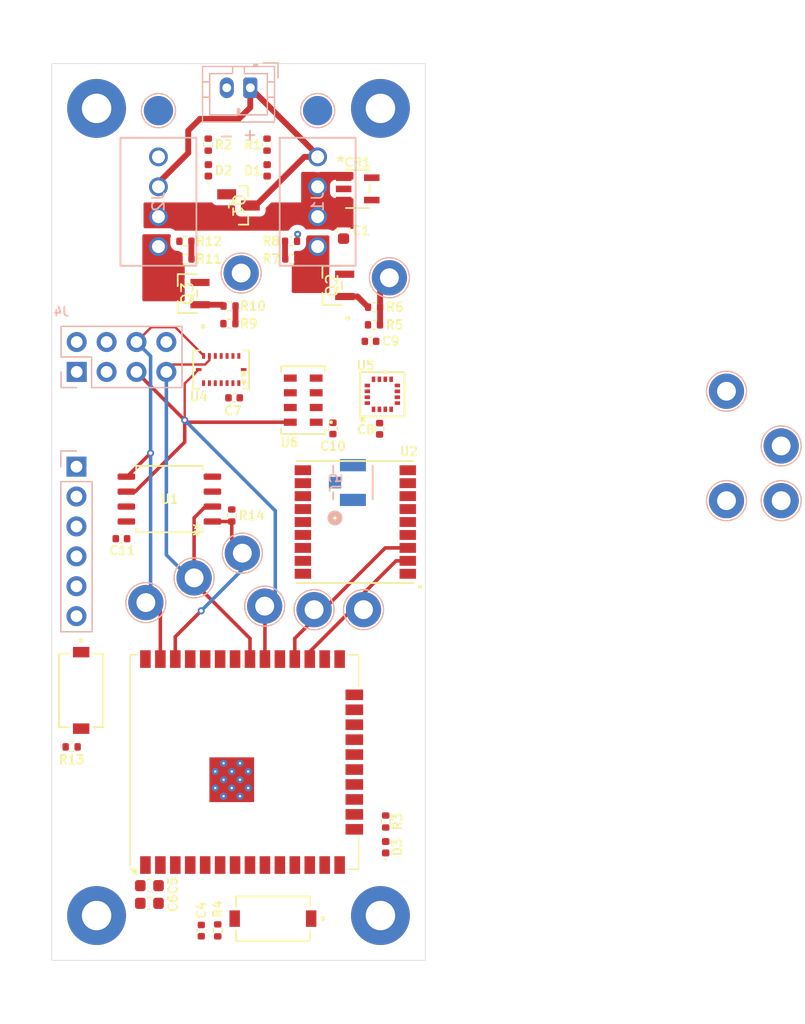
<source format=kicad_pcb>
(kicad_pcb (version 20241229) (generator "pcbnew") (generator_version "9.0")
  (layers (0 "F.Cu" signal) (4 "In1.Cu" signal) (6 "In2.Cu" signal) (2 "B.Cu" signal) (13 "F.Paste" user) (15 "B.Paste" user) (5 "F.SilkS" user "F.Silkscreen") (7 "B.SilkS" user "B.Silkscreen") (1 "F.Mask" user) (3 "B.Mask" user) (25 "Edge.Cuts" user))
  (net 0 "")
  (net 1 "RAW_BATT")
  (net 2 "GND")
  (net 3 "+BATT")
  (net 4 "RESET")
  (net 5 "+3.3V")
  (net 6 "Net-(U5-CAP)")
  (net 7 "Net-(D1-A)")
  (net 8 "Net-(D2-A)")
  (net 9 "Net-(D3-A)")
  (net 10 "RXD0")
  (net 11 "TXD0")
  (net 12 "+5V")
  (net 13 "GPIO_0")
  (net 14 "MISO")
  (net 15 "SCK")
  (net 17 "MOSI")
  (net 18 "CS_RF")
  (net 19 "GD00")
  (net 20 "MOS_A")
  (net 21 "Net-(Q2-G)")
  (net 22 "MOS_B")
  (net 23 "Net-(Q3-G)")
  (net 24 "PROGRAM_LED")
  (net 25 "FIRE_A")
  (net 26 "SENSE_A")
  (net 27 "FIRE_B")
  (net 28 "SENSE_B")
  (net 29 "CS_FLASH")
  (net 30 "RXD1")
  (net 31 "TXD1")
  (net 32 "CS_ACCEL")
  (net 33 "CS_GYRO")
  (net 34 "CS_BARO")
  (net 40 "Net-(U2-RF_IN)")
  (net 70 "GYRO_INT")
  (net 71 "ACCEL_INT")
  (net 81 "MAG_INT")
  (net 82 "CS_MAG")
  (footprint "Resistor_SMD:R_0402_1005Metric" (layer "F.Cu") (at 36.77 42 180)
    (property "Reference" "R11" (at -2 0 0) (layer "F.SilkS") (effects (font (size 0.75 0.75))))
    (property "Value" "100k" (hide yes))
    (pad "1" smd roundrect (at -0.51 0 180) (size 0.54 0.64) (layers "F.Cu" "F.Mask" "F.Paste") (net 28 "SENSE_B"))
    (pad "2" smd roundrect (at 0.51 0 180) (size 0.54 0.64) (layers "F.Cu" "F.Mask" "F.Paste") (net 22 "MOS_B"))
  )
  (footprint "Resistor_SMD:R_0402_1005Metric" (layer "F.Cu") (at 52.79 47.6 180)
    (property "Reference" "R5" (at -1.75 0 0) (layer "F.SilkS") (effects (font (size 0.75 0.75))))
    (property "Value" "100k" (hide yes))
    (pad "1" smd roundrect (at -0.51 0 180) (size 0.54 0.64) (layers "F.Cu" "F.Mask" "F.Paste") (net 25 "FIRE_A"))
    (pad "2" smd roundrect (at 0.51 0 180) (size 0.54 0.64) (layers "F.Cu" "F.Mask" "F.Paste") (net 2 "GND"))
  )
  (footprint "Capacitor_SMD:C_0402_1005Metric" (layer "F.Cu") (at 52.494201 49.0008)
    (property "Reference" "C9" (at 1.705799 -0.0008 180) (layer "F.SilkS") (effects (font (size 0.75 0.75))))
    (property "Value" "10uF")
    (pad "1" smd roundrect (at -0.48 0) (size 0.56 0.62) (layers "F.Cu" "F.Mask" "F.Paste") (net 6 "Net-(U5-CAP)"))
    (pad "2" smd roundrect (at 0.48 0) (size 0.56 0.62) (layers "F.Cu" "F.Mask" "F.Paste") (net 2 "GND"))
  )
  (footprint "Resistor_SMD:R_0402_1005Metric" (layer "F.Cu") (at 38.7 32.29 -90)
    (property "Reference" "R2" (at 0 -1.3 180) (layer "F.SilkS") (effects (font (size 0.75 0.75))))
    (property "Value" "50")
    (pad "1" smd roundrect (at -0.51 0 270) (size 0.54 0.64) (layers "F.Cu" "F.Mask" "F.Paste") (net 5 "+3.3V"))
    (pad "2" smd roundrect (at 0.51 0 270) (size 0.54 0.64) (layers "F.Cu" "F.Mask" "F.Paste") (net 8 "Net-(D2-A)"))
  )
  (footprint "DMP3099L-7:DMP3099L-7_DIO" (layer "F.Cu") (at 41.275 37.46 -90)
    (property "Reference" "Q1" (at 0 0 270) (layer "F.SilkS"))
    (property "Value" "DMP3099L-7")
    (pad "1" smd rect (at -0.950001 1.0055 270) (size 0.8636 1.6002) (layers "F.Cu" "F.Mask" "F.Paste") (net 2 "GND"))
    (pad "2" smd rect (at 0.950001 1.0055 270) (size 0.8636 1.6002) (layers "F.Cu" "F.Mask" "F.Paste") (net 3 "+BATT"))
    (pad "3" smd rect (at 0 -1.0055 270) (size 0.8636 1.6002) (layers "F.Cu" "F.Mask" "F.Paste") (net 1 "RAW_BATT"))
  )
  (footprint "SI2302-TP:SOT-23_MCC-M" (layer "F.Cu") (at 49.2332 44.24615 90)
    (property "Reference" "Q2" (at 0 0 90) (layer "F.SilkS"))
    (property "Value" "NMOS")
    (pad "1" smd rect (at -0.94615 1.0668 90) (size 0.6096 1.6256) (layers "F.Cu" "F.Mask" "F.Paste") (net 21 "Net-(Q2-G)"))
    (pad "2" smd rect (at 0.94615 1.0668 90) (size 0.6096 1.6256) (layers "F.Cu" "F.Mask" "F.Paste") (net 2 "GND"))
    (pad "3" smd rect (at 0 -1.0668 90) (size 0.6096 1.6256) (layers "F.Cu" "F.Mask" "F.Paste") (net 20 "MOS_A"))
  )
  (footprint "LED_SMD:LED_0402_1005Metric" (layer "F.Cu") (at 53.785 91.985 90)
    (property "Reference" "D3" (at -0.015 0.99 90) (layer "F.SilkS") (effects (font (size 0.75 0.75) (thickness 0.15) (bold yes))))
    (property "Value" "BLUE")
    (pad "1" smd roundrect (at -0.485 0 90) (size 0.59 0.64) (layers "F.Cu" "F.Mask" "F.Paste") (net 2 "GND"))
    (pad "2" smd roundrect (at 0.485 0 90) (size 0.59 0.64) (layers "F.Cu" "F.Mask" "F.Paste") (net 9 "Net-(D3-A)"))
  )
  (footprint "Capacitor_SMD:C_0603_1608Metric" (layer "F.Cu") (at 33.7 95.25 180)
    (property "Reference" "C5" (at -2 0 90) (layer "F.SilkS") (effects (font (size 0.75 0.75))))
    (property "Value" "10uF")
    (pad "1" smd roundrect (at -0.775 0 180) (size 0.9 0.95) (layers "F.Cu" "F.Mask" "F.Paste") (net 5 "+3.3V"))
    (pad "2" smd roundrect (at 0.775 0 180) (size 0.9 0.95) (layers "F.Cu" "F.Mask" "F.Paste") (net 2 "GND"))
  )
  (footprint "MountingHole:MountingHole_2.5mm_Pad" (layer "F.Cu") (at 29.21 97.79)
    (property "Reference" "H3" (hide yes))
    (property "Value" "MountingHole_Pad" (hide yes))
    (pad "1" thru_hole circle (at 0 0) (size 5 5) (drill 2.5) (layers "*.Cu" "*.Mask") (net 2 "GND"))
  )
  (footprint "MountingHole:MountingHole_2.5mm_Pad" (layer "F.Cu") (at 53.34 97.79)
    (property "Reference" "H4" (hide yes))
    (property "Value" "MountingHole_Pad" (hide yes))
    (pad "1" thru_hole circle (at 0 0) (size 5 5) (drill 2.5) (layers "*.Cu" "*.Mask") (net 2 "GND"))
  )
  (footprint "Capacitor_SMD:C_0402_1005Metric" (layer "F.Cu") (at 31.3224 65.77 180)
    (property "Reference" "C11" (at -0.08 -1 0) (layer "F.SilkS") (effects (font (size 0.75 0.75))))
    (property "Value" "0.1uF")
    (pad "1" smd roundrect (at -0.48 0 180) (size 0.56 0.62) (layers "F.Cu" "F.Mask" "F.Paste") (net 5 "+3.3V"))
    (pad "2" smd roundrect (at 0.48 0 180) (size 0.56 0.62) (layers "F.Cu" "F.Mask" "F.Paste") (net 2 "GND"))
  )
  (footprint "Capacitor_SMD:C_0603_1608Metric" (layer "F.Cu") (at 33.7 96.75 180)
    (property "Reference" "C6" (at -2 0 90) (layer "F.SilkS") (effects (font (size 0.75 0.75))))
    (property "Value" "0.1uF")
    (pad "1" smd roundrect (at -0.775 0 180) (size 0.9 0.95) (layers "F.Cu" "F.Mask" "F.Paste") (net 5 "+3.3V"))
    (pad "2" smd roundrect (at 0.775 0 180) (size 0.9 0.95) (layers "F.Cu" "F.Mask" "F.Paste") (net 2 "GND"))
  )
  (footprint "Capacitor_SMD:C_0603_1608Metric" (layer "F.Cu") (at 50.2 39.5 -90)
    (property "Reference" "C1" (at 0.1 -1.5 0) (layer "F.SilkS") (effects (font (size 0.75 0.75))))
    (property "Value" "22uF")
    (pad "1" smd roundrect (at -0.775 0 270) (size 0.9 0.95) (layers "F.Cu" "F.Mask" "F.Paste") (net 3 "+BATT"))
    (pad "2" smd roundrect (at 0.775 0 270) (size 0.9 0.95) (layers "F.Cu" "F.Mask" "F.Paste") (net 2 "GND"))
  )
  (footprint "MS560702BA03:SON8_MS5611_TEC" (layer "F.Cu") (at 46.775 54 180)
    (property "Reference" "U6" (at 1.175 -3.6 0) (layer "F.SilkS") (effects (font (size 0.75 0.75))))
    (property "Value" "MS560702BA03-50" (hide yes))
    (pad "1" smd rect (at -1.1 -1.875 180) (size 1.0922 0.6096) (layers "F.Cu" "F.Mask" "F.Paste") (net 5 "+3.3V"))
    (pad "2" smd rect (at -1.1 -0.625 180) (size 1.0922 0.6096) (layers "F.Cu" "F.Mask" "F.Paste") (net 2 "GND"))
    (pad "3" smd rect (at -1.1 0.625 180) (size 1.0922 0.6096) (layers "F.Cu" "F.Mask" "F.Paste") (net 2 "GND"))
    (pad "4" smd rect (at -1.1 1.875 180) (size 1.0922 0.6096) (layers "F.Cu" "F.Mask" "F.Paste") (net 34 "CS_BARO"))
    (pad "5" smd rect (at 1.1 1.875 180) (size 1.0922 0.6096) (layers "F.Cu" "F.Mask" "F.Paste") (net 34 "CS_BARO"))
    (pad "6" smd rect (at 1.1 0.625 180) (size 1.0922 0.6096) (layers "F.Cu" "F.Mask" "F.Paste") (net 14 "MISO"))
    (pad "7" smd rect (at 1.1 -0.625 180) (size 1.0922 0.6096) (layers "F.Cu" "F.Mask" "F.Paste") (net 17 "MOSI"))
    (pad "8" smd rect (at 1.1 -1.875 180) (size 1.0922 0.6096) (layers "F.Cu" "F.Mask" "F.Paste") (net 15 "SCK"))
  )
  (footprint "Resistor_SMD:R_0402_1005Metric" (layer "F.Cu") (at 36.76 40.5)
    (property "Reference" "R12" (at 2.01 0 0) (layer "F.SilkS") (effects (font (size 0.75 0.75))))
    (property "Value" "27k" (hide yes))
    (pad "1" smd roundrect (at -0.51 0) (size 0.54 0.64) (layers "F.Cu" "F.Mask" "F.Paste") (net 2 "GND"))
    (pad "2" smd roundrect (at 0.51 0) (size 0.54 0.64) (layers "F.Cu" "F.Mask" "F.Paste") (net 28 "SENSE_B"))
  )
  (footprint "MMC5983MA:MMC5983MA_MEM" (layer "F.Cu") (at 53.5 53.5 90)
    (property "Reference" "U5" (at 2.45 -1.425001 0) (layer "F.SilkS") (effects (font (size 0.75 0.75))))
    (property "Value" "MMC5983MA" (hide yes))
    (fp_text user "*" (at -2.1386 -1.381 90) (layer "F.SilkS"))
    (fp_text user "*" (at -2.1386 -1.381 90) (layer "F.SilkS"))
    (pad "1" smd rect (at -1.274999 -0.750001 180) (size 0.3048 0.4572) (layers "F.Cu" "F.Mask" "F.Paste") (net 15 "SCK"))
    (pad "2" smd rect (at -1.274999 -0.25 180) (size 0.3048 0.4572) (layers "F.Cu" "F.Mask" "F.Paste") (net 5 "+3.3V"))
    (pad "3" smd rect (at -1.274999 0.25 180) (size 0.3048 0.4572) (layers "F.Cu" "F.Mask" "F.Paste"))
    (pad "4" smd rect (at -1.274999 0.750001 180) (size 0.3048 0.4572) (layers "F.Cu" "F.Mask" "F.Paste") (net 82 "CS_MAG"))
    (pad "5" smd rect (at -0.750001 1.274999 90) (size 0.3048 0.4572) (layers "F.Cu" "F.Mask" "F.Paste") (net 14 "MISO"))
    (pad "6" smd rect (at -0.25 1.274999 90) (size 0.3048 0.4572) (layers "F.Cu" "F.Mask" "F.Paste"))
    (pad "7" smd rect (at 0.25 1.274999 90) (size 0.3048 0.4572) (layers "F.Cu" "F.Mask" "F.Paste"))
    (pad "8" smd rect (at 0.750001 1.274999 90) (size 0.3048 0.4572) (layers "F.Cu" "F.Mask" "F.Paste"))
    (pad "9" smd rect (at 1.274999 0.750001 180) (size 0.3048 0.4572) (layers "F.Cu" "F.Mask" "F.Paste") (net 2 "GND"))
    (pad "10" smd rect (at 1.274999 0.25 180) (size 0.3048 0.4572) (layers "F.Cu" "F.Mask" "F.Paste") (net 6 "Net-(U5-CAP)"))
    (pad "11" smd rect (at 1.274999 -0.25 180) (size 0.3048 0.4572) (layers "F.Cu" "F.Mask" "F.Paste"))
    (pad "12" smd rect (at 1.274999 -0.750001 180) (size 0.3048 0.4572) (layers "F.Cu" "F.Mask" "F.Paste"))
    (pad "13" smd rect (at 0.750001 -1.274999 90) (size 0.3048 0.4572) (layers "F.Cu" "F.Mask" "F.Paste") (net 5 "+3.3V"))
    (pad "14" smd rect (at 0.25 -1.274999 90) (size 0.3048 0.4572) (layers "F.Cu" "F.Mask" "F.Paste"))
    (pad "15" smd rect (at -0.25 -1.274999 90) (size 0.3048 0.4572) (layers "F.Cu" "F.Mask" "F.Paste") (net 81 "MAG_INT"))
    (pad "16" smd rect (at -0.750001 -1.274999 90) (size 0.3048 0.4572) (layers "F.Cu" "F.Mask" "F.Paste") (net 17 "MOSI"))
  )
  (footprint "MountingHole:MountingHole_2.5mm_Pad" (layer "F.Cu") (at 53.34 29.21)
    (property "Reference" "H2" (hide yes))
    (property "Value" "MountingHole_Pad" (hide yes))
    (pad "1" thru_hole circle (at 0 0) (size 5 5) (drill 2.5) (layers "*.Cu" "*.Mask") (net 2 "GND"))
  )
  (footprint "RF_Module:ESP32-WROOM-32UE" (layer "F.Cu") (at 41.77 84.75 90)
    (property "Reference" "U3" (hide yes))
    (property "Value" "ESP32-WROOM-32UE" (hide yes))
    (pad "1" smd rect (at -8.75 -8.41 90) (size 1.5 0.9) (layers "F.Cu" "F.Mask" "F.Paste") (net 2 "GND"))
    (pad "2" smd rect (at -8.75 -7.14 90) (size 1.5 0.9) (layers "F.Cu" "F.Mask" "F.Paste") (net 5 "+3.3V"))
    (pad "3" smd rect (at -8.75 -5.87 90) (size 1.5 0.9) (layers "F.Cu" "F.Mask" "F.Paste") (net 4 "RESET"))
    (pad "4" smd rect (at -8.75 -4.6 90) (size 1.5 0.9) (layers "F.Cu" "F.Mask" "F.Paste") (net 13 "GPIO_0"))
    (pad "5" smd rect (at -8.75 -3.33 90) (size 1.5 0.9) (layers "F.Cu" "F.Mask" "F.Paste"))
    (pad "6" smd rect (at -8.75 -2.06 90) (size 1.5 0.9) (layers "F.Cu" "F.Mask" "F.Paste"))
    (pad "7" smd rect (at -8.75 -0.79 90) (size 1.5 0.9) (layers "F.Cu" "F.Mask" "F.Paste"))
    (pad "8" smd rect (at -8.75 0.48 90) (size 1.5 0.9) (layers "F.Cu" "F.Mask" "F.Paste"))
    (pad "9" smd rect (at -8.75 1.75 90) (size 1.5 0.9) (layers "F.Cu" "F.Mask" "F.Paste"))
    (pad "10" smd rect (at -8.75 3.02 90) (size 1.5 0.9) (layers "F.Cu" "F.Mask" "F.Paste"))
    (pad "11" smd rect (at -8.75 4.29 90) (size 1.5 0.9) (layers "F.Cu" "F.Mask" "F.Paste"))
    (pad "12" smd rect (at -8.75 5.56 90) (size 1.5 0.9) (layers "F.Cu" "F.Mask" "F.Paste"))
    (pad "13" smd rect (at -8.75 6.83 90) (size 1.5 0.9) (layers "F.Cu" "F.Mask" "F.Paste"))
    (pad "14" smd rect (at -8.75 8.1 90) (size 1.5 0.9) (layers "F.Cu" "F.Mask" "F.Paste"))
    (pad "15" smd rect (at -5.715 9.35 180) (size 1.5 0.9) (layers "F.Cu" "F.Mask" "F.Paste") (net 2 "GND"))
    (pad "16" smd rect (at -4.445 9.35 180) (size 1.5 0.9) (layers "F.Cu" "F.Mask" "F.Paste"))
    (pad "17" smd rect (at -3.175 9.35 180) (size 1.5 0.9) (layers "F.Cu" "F.Mask" "F.Paste"))
    (pad "18" smd rect (at -1.905 9.35 180) (size 1.5 0.9) (layers "F.Cu" "F.Mask" "F.Paste"))
    (pad "19" smd rect (at -0.635 9.35 180) (size 1.5 0.9) (layers "F.Cu" "F.Mask" "F.Paste"))
    (pad "20" smd rect (at 0.635 9.35 180) (size 1.5 0.9) (layers "F.Cu" "F.Mask" "F.Paste"))
    (pad "21" smd rect (at 1.905 9.35 180) (size 1.5 0.9) (layers "F.Cu" "F.Mask" "F.Paste"))
    (pad "22" smd rect (at 3.175 9.35 180) (size 1.5 0.9) (layers "F.Cu" "F.Mask" "F.Paste"))
    (pad "23" smd rect (at 4.445 9.35 180) (size 1.5 0.9) (layers "F.Cu" "F.Mask" "F.Paste"))
    (pad "24" smd rect (at 5.715 9.35 180) (size 1.5 0.9) (layers "F.Cu" "F.Mask" "F.Paste"))
    (pad "25" smd rect (at 8.75 8.1 90) (size 1.5 0.9) (layers "F.Cu" "F.Mask" "F.Paste"))
    (pad "26" smd rect (at 8.75 6.83 90) (size 1.5 0.9) (layers "F.Cu" "F.Mask" "F.Paste"))
    (pad "27" smd rect (at 8.75 5.56 90) (size 1.5 0.9) (layers "F.Cu" "F.Mask" "F.Paste") (net 31 "TXD1"))
    (pad "28" smd rect (at 8.75 4.29 90) (size 1.5 0.9) (layers "F.Cu" "F.Mask" "F.Paste") (net 30 "RXD1"))
    (pad "29" smd rect (at 8.75 3.02 90) (size 1.5 0.9) (layers "F.Cu" "F.Mask" "F.Paste"))
    (pad "30" smd rect (at 8.75 1.75 90) (size 1.5 0.9) (layers "F.Cu" "F.Mask" "F.Paste") (net 15 "SCK"))
    (pad "31" smd rect (at 8.75 0.48 90) (size 1.5 0.9) (layers "F.Cu" "F.Mask" "F.Paste") (net 14 "MISO"))
    (pad "32" smd rect (at 8.75 -0.79 90) (size 1.5 0.9) (layers "F.Cu" "F.Mask" "F.Paste"))
    (pad "33" smd rect (at 8.75 -2.06 90) (size 1.5 0.9) (layers "F.Cu" "F.Mask" "F.Paste"))
    (pad "34" smd rect (at 8.75 -3.33 90) (size 1.5 0.9) (layers "F.Cu" "F.Mask" "F.Paste") (net 11 "TXD0"))
    (pad "35" smd rect (at 8.75 -4.6 90) (size 1.5 0.9) (layers "F.Cu" "F.Mask" "F.Paste") (net 10 "RXD0"))
    (pad "36" smd rect (at 8.75 -5.87 90) (size 1.5 0.9) (layers "F.Cu" "F.Mask" "F.Paste") (net 29 "CS_FLASH"))
    (pad "37" smd rect (at 8.75 -7.14 90) (size 1.5 0.9) (layers "F.Cu" "F.Mask" "F.Paste") (net 17 "MOSI"))
    (pad "38" smd rect (at 8.75 -8.41 90) (size 1.5 0.9) (layers "F.Cu" "F.Mask" "F.Paste") (net 2 "GND"))
    (pad "39" smd rect (at -2.9 -2.47 90) (size 0.9 0.9) (layers "F.Cu" "F.Paste") (net 2 "GND"))
    (pad "39" thru_hole circle (at -2.9 -1.77 90) (size 0.6 0.6) (drill 0.2) (property pad_prop_heatsink) (layers "*.Cu" "F.Mask") (net 2 "GND"))
    (pad "39" smd rect (at -2.9 -1.07 90) (size 0.9 0.9) (layers "F.Cu" "F.Paste") (net 2 "GND"))
    (pad "39" thru_hole circle (at -2.9 -0.37 90) (size 0.6 0.6) (drill 0.2) (property pad_prop_heatsink) (layers "*.Cu" "F.Mask") (net 2 "GND"))
    (pad "39" smd rect (at -2.9 0.33 90) (size 0.9 0.9) (layers "F.Cu" "F.Paste") (net 2 "GND"))
    (pad "39" thru_hole circle (at -2.2 -2.47 90) (size 0.6 0.6) (drill 0.2) (property pad_prop_heatsink) (layers "*.Cu" "F.Mask") (net 2 "GND"))
    (pad "39" thru_hole circle (at -2.2 -1.07 90) (size 0.6 0.6) (drill 0.2) (property pad_prop_heatsink) (layers "*.Cu" "F.Mask") (net 2 "GND"))
    (pad "39" thru_hole circle (at -2.2 0.33 90) (size 0.6 0.6) (drill 0.2) (property pad_prop_heatsink) (layers "*.Cu" "F.Mask") (net 2 "GND"))
    (pad "39" smd rect (at -1.5 -2.47 90) (size 0.9 0.9) (layers "F.Cu" "F.Paste") (net 2 "GND"))
    (pad "39" thru_hole circle (at -1.5 -1.77 90) (size 0.6 0.6) (drill 0.2) (property pad_prop_heatsink) (layers "*.Cu" "F.Mask") (net 2 "GND"))
    (pad "39" smd rect (at -1.5 -1.07 90) (size 0.9 0.9) (layers "F.Cu" "F.Paste") (net 2 "GND"))
    (pad "39" smd rect (at -1.5 -1.07 90) (size 3.8 3.8) (property pad_prop_heatsink) (layers "F.Cu" "F.Mask") (net 2 "GND"))
    (pad "39" thru_hole circle (at -1.5 -0.37 90) (size 0.6 0.6) (drill 0.2) (property pad_prop_heatsink) (layers "*.Cu" "F.Mask") (net 2 "GND"))
    (pad "39" smd rect (at -1.5 0.33 90) (size 0.9 0.9) (layers "F.Cu" "F.Paste") (net 2 "GND"))
    (pad "39" thru_hole circle (at -0.8 -2.47 90) (size 0.6 0.6) (drill 0.2) (property pad_prop_heatsink) (layers "*.Cu" "F.Mask") (net 2 "GND"))
    (pad "39" thru_hole circle (at -0.8 -1.07 90) (size 0.6 0.6) (drill 0.2) (property pad_prop_heatsink) (layers "*.Cu" "F.Mask") (net 2 "GND"))
    (pad "39" thru_hole circle (at -0.8 0.33 90) (size 0.6 0.6) (drill 0.2) (property pad_prop_heatsink) (layers "*.Cu" "F.Mask") (net 2 "GND"))
    (pad "39" smd rect (at -0.1 -2.47 90) (size 0.9 0.9) (layers "F.Cu" "F.Paste") (net 2 "GND"))
    (pad "39" thru_hole circle (at -0.1 -1.77 90) (size 0.6 0.6) (drill 0.2) (property pad_prop_heatsink) (layers "*.Cu" "F.Mask") (net 2 "GND"))
    (pad "39" smd rect (at -0.1 -1.07 90) (size 0.9 0.9) (layers "F.Cu" "F.Paste") (net 2 "GND"))
    (pad "39" thru_hole circle (at -0.1 -0.37 90) (size 0.6 0.6) (drill 0.2) (property pad_prop_heatsink) (layers "*.Cu" "F.Mask") (net 2 "GND"))
    (pad "39" smd rect (at -0.1 0.33 90) (size 0.9 0.9) (layers "F.Cu" "F.Paste") (net 2 "GND"))
  )
  (footprint "LED_SMD:LED_0402_1005Metric" (layer "F.Cu") (at 38.71 34.475 90)
    (property "Reference" "D2" (at -0.015 1.29 180) (layer "F.SilkS") (effects (font (size 0.75 0.75))))
    (property "Value" "GREEN")
    (pad "1" smd roundrect (at -0.485 0 90) (size 0.59 0.64) (layers "F.Cu" "F.Mask" "F.Paste") (net 2 "GND"))
    (pad "2" smd roundrect (at 0.485 0 90) (size 0.59 0.64) (layers "F.Cu" "F.Mask" "F.Paste") (net 8 "Net-(D2-A)"))
  )
  (footprint "Resistor_SMD:R_0402_1005Metric" (layer "F.Cu") (at 39.50955 99.05 -90)
    (property "Reference" "R4" (at -1.81 0 90) (layer "F.SilkS") (effects (font (size 0.75 0.75))))
    (property "Value" "10k" (hide yes))
    (pad "1" smd roundrect (at -0.51 0 270) (size 0.54 0.64) (layers "F.Cu" "F.Mask" "F.Paste") (net 4 "RESET"))
    (pad "2" smd roundrect (at 0.51 0 270) (size 0.54 0.64) (layers "F.Cu" "F.Mask" "F.Paste") (net 5 "+3.3V"))
  )
  (footprint "W25Q16JVSSIQ:W25Q16JVSSIQ_WIN" (layer "F.Cu") (at 35.4 62.405 180)
    (property "Reference" "U1" (at 0 0 0) (layer "F.SilkS") (effects (font (size 0.75 0.75))))
    (property "Value" "W25Q16JVSSIQ")
    (fp_text user "*" (at -2.3114 -2.6162 0) (layer "F.SilkS"))
    (fp_text user "*" (at -2.3114 -2.6162 180) (layer "F.SilkS"))
    (pad "1" smd roundrect (at -3.6576 -1.905 180) (size 1.4986 0.5334) (layers "F.Cu" "F.Mask" "F.Paste") (net 29 "CS_FLASH"))
    (pad "2" smd roundrect (at -3.6576 -0.635 180) (size 1.4986 0.5334) (layers "F.Cu" "F.Mask" "F.Paste") (net 14 "MISO"))
    (pad "3" smd roundrect (at -3.6576 0.635 180) (size 1.4986 0.5334) (layers "F.Cu" "F.Mask" "F.Paste") (net 5 "+3.3V"))
    (pad "4" smd roundrect (at -3.6576 1.905 180) (size 1.4986 0.5334) (layers "F.Cu" "F.Mask" "F.Paste") (net 2 "GND"))
    (pad "5" smd roundrect (at 3.6576 1.905 180) (size 1.4986 0.5334) (layers "F.Cu" "F.Mask" "F.Paste") (net 17 "MOSI"))
    (pad "6" smd roundrect (at 3.6576 0.635 180) (size 1.4986 0.5334) (layers "F.Cu" "F.Mask" "F.Paste") (net 15 "SCK"))
    (pad "7" smd roundrect (at 3.6576 -0.635 180) (size 1.4986 0.5334) (layers "F.Cu" "F.Mask" "F.Paste") (net 5 "+3.3V"))
    (pad "8" smd roundrect (at 3.6576 -1.905 180) (size 1.4986 0.5334) (layers "F.Cu" "F.Mask" "F.Paste") (net 5 "+3.3V"))
  )
  (footprint "MAX-M10:MOD18_MAX-M10M_UBL" (layer "F.Cu") (at 51.2043 64.3535 180)
    (property "Reference" "U2" (at -4.5492 6 0) (layer "F.SilkS") (effects (font (size 0.75 0.75))))
    (property "Value" "MAX-M10M-00B")
    (pad "1" smd rect (at -4.4577 -4.399999 180) (size 1.397 0.8382) (layers "F.Cu" "F.Mask" "F.Paste") (net 2 "GND"))
    (pad "2" smd rect (at -4.4577 -3.300001 180) (size 1.397 0.8382) (layers "F.Cu" "F.Mask" "F.Paste") (net 31 "TXD1"))
    (pad "3" smd rect (at -4.4577 -2.200001 180) (size 1.397 0.8382) (layers "F.Cu" "F.Mask" "F.Paste") (net 30 "RXD1"))
    (pad "4" smd rect (at -4.4577 -1.1 180) (size 1.397 0.8382) (layers "F.Cu" "F.Mask" "F.Paste"))
    (pad "5" smd rect (at -4.4577 0 180) (size 1.397 0.8382) (layers "F.Cu" "F.Mask" "F.Paste"))
    (pad "6" smd rect (at -4.4577 1.1 180) (size 1.397 0.8382) (layers "F.Cu" "F.Mask" "F.Paste"))
    (pad "7" smd rect (at -4.4577 2.200001 180) (size 1.397 0.8382) (layers "F.Cu" "F.Mask" "F.Paste") (net 5 "+3.3V"))
    (pad "8" smd rect (at -4.4577 3.300001 180) (size 1.397 0.8382) (layers "F.Cu" "F.Mask" "F.Paste") (net 5 "+3.3V"))
    (pad "9" smd rect (at -4.4577 4.400001 180) (size 1.397 0.8382) (layers "F.Cu" "F.Mask" "F.Paste"))
    (pad "10" smd rect (at 4.4577 4.399999 180) (size 1.397 0.8382) (layers "F.Cu" "F.Mask" "F.Paste") (net 2 "GND"))
    (pad "11" smd rect (at 4.4577 3.300001 180) (size 1.397 0.8382) (layers "F.Cu" "F.Mask" "F.Paste") (net 40 "Net-(U2-RF_IN)"))
    (pad "12" smd rect (at 4.4577 2.200001 180) (size 1.397 0.8382) (layers "F.Cu" "F.Mask" "F.Paste") (net 2 "GND"))
    (pad "13" smd rect (at 4.4577 1.1 180) (size 1.397 0.8382) (layers "F.Cu" "F.Mask" "F.Paste"))
    (pad "14" smd rect (at 4.4577 0 180) (size 1.397 0.8382) (layers "F.Cu" "F.Mask" "F.Paste"))
    (pad "15" smd rect (at 4.4577 -1.1 180) (size 1.397 0.8382) (layers "F.Cu" "F.Mask" "F.Paste"))
    (pad "16" smd rect (at 4.4577 -2.200001 180) (size 1.397 0.8382) (layers "F.Cu" "F.Mask" "F.Paste"))
    (pad "17" smd rect (at 4.4577 -3.300001 180) (size 1.397 0.8382) (layers "F.Cu" "F.Mask" "F.Paste"))
    (pad "18" smd rect (at 4.4577 -4.400001 180) (size 1.397 0.8382) (layers "F.Cu" "F.Mask" "F.Paste"))
  )
  (footprint "SI2302-TP:SOT-23_MCC-M" (layer "F.Cu") (at 36.9332 44.94615 90)
    (property "Reference" "Q3" (at 0 0 90) (layer "F.SilkS"))
    (property "Value" "NMOS")
    (pad "1" smd rect (at -0.94615 1.0668 90) (size 0.6096 1.6256) (layers "F.Cu" "F.Mask" "F.Paste") (net 23 "Net-(Q3-G)"))
    (pad "2" smd rect (at 0.94615 1.0668 90) (size 0.6096 1.6256) (layers "F.Cu" "F.Mask" "F.Paste") (net 2 "GND"))
    (pad "3" smd rect (at 0 -1.0668 90) (size 0.6096 1.6256) (layers "F.Cu" "F.Mask" "F.Paste") (net 22 "MOS_B"))
  )
  (footprint "Capacitor_SMD:C_0402_1005Metric" (layer "F.Cu") (at 49.3 56.4 90)
    (property "Reference" "C10" (at -1.5 0 180) (layer "F.SilkS") (effects (font (size 0.75 0.75))))
    (property "Value" "0.1uF")
    (pad "1" smd roundrect (at -0.48 0 90) (size 0.56 0.62) (layers "F.Cu" "F.Mask" "F.Paste") (net 2 "GND"))
    (pad "2" smd roundrect (at 0.48 0 90) (size 0.56 0.62) (layers "F.Cu" "F.Mask" "F.Paste") (net 5 "+3.3V"))
  )
  (footprint "LED_SMD:LED_0402_1005Metric" (layer "F.Cu") (at 43.71 34.475 90)
    (property "Reference" "D1" (at -0.025 -1.21 180) (layer "F.SilkS") (effects (font (size 0.75 0.75))))
    (property "Value" "RED")
    (pad "1" smd roundrect (at -0.485 0 90) (size 0.59 0.64) (layers "F.Cu" "F.Mask" "F.Paste") (net 2 "GND"))
    (pad "2" smd roundrect (at 0.485 0 90) (size 0.59 0.64) (layers "F.Cu" "F.Mask" "F.Paste") (net 7 "Net-(D1-A)"))
  )
  (footprint "Capacitor_SMD:C_0402_1005Metric" (layer "F.Cu") (at 40.9 53.8)
    (property "Reference" "C7" (at -0.1 1.1 180) (layer "F.SilkS") (effects (font (size 0.75 0.75))))
    (property "Value" "0.1uF")
    (pad "1" smd roundrect (at -0.48 0) (size 0.56 0.62) (layers "F.Cu" "F.Mask" "F.Paste") (net 5 "+3.3V"))
    (pad "2" smd roundrect (at 0.48 0) (size 0.56 0.62) (layers "F.Cu" "F.Mask" "F.Paste") (net 2 "GND"))
  )
  (footprint "Resistor_SMD:R_0402_1005Metric" (layer "F.Cu") (at 43.7 32.29 -90)
    (property "Reference" "R1" (at 0.01 1.2 180) (layer "F.SilkS") (effects (font (size 0.75 0.75))))
    (property "Value" "110")
    (pad "1" smd roundrect (at -0.51 0 270) (size 0.54 0.64) (layers "F.Cu" "F.Mask" "F.Paste") (net 3 "+BATT"))
    (pad "2" smd roundrect (at 0.51 0 270) (size 0.54 0.64) (layers "F.Cu" "F.Mask" "F.Paste") (net 7 "Net-(D1-A)"))
  )
  (footprint "Resistor_SMD:R_0402_1005Metric" (layer "F.Cu") (at 53.785 89.8 -90)
    (property "Reference" "R3" (at 0 -1 90) (layer "F.SilkS") (effects (font (size 0.75 0.75))))
    (property "Value" "50" (hide yes))
    (pad "1" smd roundrect (at -0.51 0 270) (size 0.54 0.64) (layers "F.Cu" "F.Mask" "F.Paste") (net 24 "PROGRAM_LED"))
    (pad "2" smd roundrect (at 0.51 0 270) (size 0.54 0.64) (layers "F.Cu" "F.Mask" "F.Paste") (net 9 "Net-(D3-A)"))
  )
  (footprint "GSPTS004102:SW_PTS636_CNK" (layer "F.Cu") (at 27.9 78.65955 -90)
    (property "Reference" "SW2" (hide yes))
    (property "Value" "PTS636 SM50J SMTR LFS" (hide yes))
    (pad "1" smd rect (at -3.250001 0 270) (size 0.889 1.397) (layers "F.Cu" "F.Mask" "F.Paste") (net 2 "GND"))
    (pad "2" smd rect (at 3.250001 0 270) (size 0.889 1.397) (layers "F.Cu" "F.Mask" "F.Paste") (net 13 "GPIO_0"))
  )
  (footprint "Capacitor_SMD:C_0402_1005Metric" (layer "F.Cu") (at 38.10955 99.07 -90)
    (property "Reference" "C4" (at -1.72 0 90) (layer "F.SilkS") (effects (font (size 0.75 0.75))))
    (property "Value" "1uF")
    (pad "1" smd roundrect (at -0.48 0 270) (size 0.56 0.62) (layers "F.Cu" "F.Mask" "F.Paste") (net 4 "RESET"))
    (pad "2" smd roundrect (at 0.48 0 270) (size 0.56 0.62) (layers "F.Cu" "F.Mask" "F.Paste") (net 2 "GND"))
  )
  (footprint "Resistor_SMD:R_0402_1005Metric" (layer "F.Cu") (at 45.76 42)
    (property "Reference" "R7" (at -1.71 0 0) (layer "F.SilkS") (effects (font (size 0.75 0.75))))
    (property "Value" "100k" (hide yes))
    (pad "1" smd roundrect (at -0.51 0) (size 0.54 0.64) (layers "F.Cu" "F.Mask" "F.Paste") (net 26 "SENSE_A"))
    (pad "2" smd roundrect (at 0.51 0) (size 0.54 0.64) (layers "F.Cu" "F.Mask" "F.Paste") (net 20 "MOS_A"))
  )
  (footprint "Resistor_SMD:R_0402_1005Metric" (layer "F.Cu") (at 40.51 46 180)
    (property "Reference" "R10" (at -1.99 0 0) (layer "F.SilkS") (effects (font (size 0.75 0.75))))
    (property "Value" "1k" (hide yes))
    (pad "1" smd roundrect (at -0.51 0 180) (size 0.54 0.64) (layers "F.Cu" "F.Mask" "F.Paste") (net 27 "FIRE_B"))
    (pad "2" smd roundrect (at 0.51 0 180) (size 0.54 0.64) (layers "F.Cu" "F.Mask" "F.Paste") (net 23 "Net-(Q3-G)"))
  )
  (footprint "Resistor_SMD:R_0402_1005Metric" (layer "F.Cu") (at 40.7 63.8 90)
    (property "Reference" "R14" (at 0 1.7 180) (layer "F.SilkS") (effects (font (size 0.75 0.75))))
    (property "Value" "10k")
    (pad "1" smd roundrect (at -0.51 0 90) (size 0.54 0.64) (layers "F.Cu" "F.Mask" "F.Paste") (net 29 "CS_FLASH"))
    (pad "2" smd roundrect (at 0.51 0 90) (size 0.54 0.64) (layers "F.Cu" "F.Mask" "F.Paste") (net 5 "+3.3V"))
  )
  (footprint "Resistor_SMD:R_0402_1005Metric" (layer "F.Cu") (at 45.74 40.5 180)
    (property "Reference" "R8" (at 1.69 0 0) (layer "F.SilkS") (effects (font (size 0.75 0.75))))
    (property "Value" "27k" (hide yes))
    (pad "1" smd roundrect (at -0.51 0 180) (size 0.54 0.64) (layers "F.Cu" "F.Mask" "F.Paste") (net 2 "GND"))
    (pad "2" smd roundrect (at 0.51 0 180) (size 0.54 0.64) (layers "F.Cu" "F.Mask" "F.Paste") (net 26 "SENSE_A"))
  )
  (footprint "Resistor_SMD:R_0402_1005Metric" (layer "F.Cu") (at 52.8 46.1 180)
    (property "Reference" "R6" (at -1.76 0 0) (layer "F.SilkS") (effects (font (size 0.75 0.75))))
    (property "Value" "1k" (hide yes))
    (pad "1" smd roundrect (at -0.51 0 180) (size 0.54 0.64) (layers "F.Cu" "F.Mask" "F.Paste") (net 25 "FIRE_A"))
    (pad "2" smd roundrect (at 0.51 0 180) (size 0.54 0.64) (layers "F.Cu" "F.Mask" "F.Paste") (net 21 "Net-(Q2-G)"))
  )
  (footprint "MountingHole:MountingHole_2.5mm_Pad" (layer "F.Cu") (at 29.21 29.21)
    (property "Reference" "H1" (hide yes))
    (property "Value" "MountingHole_Pad" (hide yes))
    (pad "1" thru_hole circle (at 0 0) (size 5 5) (drill 2.5) (layers "*.Cu" "*.Mask") (net 2 "GND"))
  )
  (footprint "GSPTS004102:SW_PTS636_CNK" (layer "F.Cu") (at 44.2 98.05 180)
    (property "Reference" "SW1" (hide yes))
    (property "Value" "PTS636 SM50J SMTR LFS" (hide yes))
    (pad "1" smd rect (at -3.250001 0 180) (size 0.889 1.397) (layers "F.Cu" "F.Mask" "F.Paste") (net 2 "GND"))
    (pad "2" smd rect (at 3.250001 0 180) (size 0.889 1.397) (layers "F.Cu" "F.Mask" "F.Paste") (net 4 "RESET"))
  )
  (footprint "BMI088:QFN_BMI085_BOS" (layer "F.Cu") (at 39.8 51.4 180)
    (property "Reference" "U4" (at 1.9 -2.3 0) (layer "F.SilkS") (effects (font (size 0.75 0.75))))
    (property "Value" "BMI088")
    (fp_text user "*" (at -1.9304 -0.7112 0) (layer "F.SilkS"))
    (fp_text user "*" (at -1.9304 -0.7112 180) (layer "F.SilkS"))
    (pad "1" smd rect (at -1.5 -1.1557 180) (size 0.254 0.4826) (layers "F.Cu" "F.Mask" "F.Paste") (net 71 "ACCEL_INT"))
    (pad "2" smd rect (at -1.000001 -1.1557 180) (size 0.254 0.4826) (layers "F.Cu" "F.Mask" "F.Paste"))
    (pad "3" smd rect (at -0.499999 -1.1557 180) (size 0.254 0.4826) (layers "F.Cu" "F.Mask" "F.Paste") (net 5 "+3.3V"))
    (pad "4" smd rect (at 0 -1.1557 180) (size 0.254 0.4826) (layers "F.Cu" "F.Mask" "F.Paste") (net 2 "GND"))
    (pad "5" smd rect (at 0.499999 -1.1557 180) (size 0.254 0.4826) (layers "F.Cu" "F.Mask" "F.Paste") (net 33 "CS_GYRO"))
    (pad "6" smd rect (at 1.000001 -1.1557 180) (size 0.254 0.4826) (layers "F.Cu" "F.Mask" "F.Paste") (net 2 "GND"))
    (pad "7" smd rect (at 1.5 -1.1557 180) (size 0.254 0.4826) (layers "F.Cu" "F.Mask" "F.Paste") (net 2 "GND"))
    (pad "8" smd rect (at 1.9113 0 270) (size 0.254 0.4826) (layers "F.Cu" "F.Mask" "F.Paste") (net 15 "SCK"))
    (pad "9" smd rect (at 1.5 1.1557 180) (size 0.254 0.4826) (layers "F.Cu" "F.Mask" "F.Paste") (net 17 "MOSI"))
    (pad "10" smd rect (at 1.000001 1.1557 180) (size 0.254 0.4826) (layers "F.Cu" "F.Mask" "F.Paste") (net 14 "MISO"))
    (pad "11" smd rect (at 0.499999 1.1557 180) (size 0.254 0.4826) (layers "F.Cu" "F.Mask" "F.Paste") (net 5 "+3.3V"))
    (pad "12" smd rect (at 0 1.1557 180) (size 0.254 0.4826) (layers "F.Cu" "F.Mask" "F.Paste") (net 70 "GYRO_INT"))
    (pad "13" smd rect (at -0.499999 1.1557 180) (size 0.254 0.4826) (layers "F.Cu" "F.Mask" "F.Paste") (net 70 "GYRO_INT"))
    (pad "14" smd rect (at -1.000001 1.1557 180) (size 0.254 0.4826) (layers "F.Cu" "F.Mask" "F.Paste") (net 32 "CS_ACCEL"))
    (pad "15" smd rect (at -1.5 1.1557 180) (size 0.254 0.4826) (layers "F.Cu" "F.Mask" "F.Paste") (net 14 "MISO"))
    (pad "16" smd rect (at -1.9113 0 270) (size 0.254 0.4826) (layers "F.Cu" "F.Mask" "F.Paste") (net 71 "ACCEL_INT"))
  )
  (footprint "Resistor_SMD:R_0402_1005Metric" (layer "F.Cu") (at 27.09 83.45955 180)
    (property "Reference" "R13" (at 0 -1.09045 0) (layer "F.SilkS") (effects (font (size 0.75 0.75))))
    (property "Value" "10k")
    (pad "1" smd roundrect (at -0.51 0 180) (size 0.54 0.64) (layers "F.Cu" "F.Mask" "F.Paste") (net 13 "GPIO_0"))
    (pad "2" smd roundrect (at 0.51 0 180) (size 0.54 0.64) (layers "F.Cu" "F.Mask" "F.Paste") (net 5 "+3.3V"))
  )
  (footprint "Resistor_SMD:R_0402_1005Metric" (layer "F.Cu") (at 40.5 47.5 180)
    (property "Reference" "R9" (at -1.642857 0 0) (layer "F.SilkS") (effects (font (size 0.75 0.75))))
    (property "Value" "100k" (hide yes))
    (pad "1" smd roundrect (at -0.51 0 180) (size 0.54 0.64) (layers "F.Cu" "F.Mask" "F.Paste") (net 27 "FIRE_B"))
    (pad "2" smd roundrect (at 0.51 0 180) (size 0.54 0.64) (layers "F.Cu" "F.Mask" "F.Paste") (net 2 "GND"))
  )
  (footprint "LD2980ABM33TR:SOT23-5L_STM" (layer "F.Cu") (at 51.4062 36.049999)
    (property "Reference" "CR1" (at -0.0062 -2.249999 0) (layer "F.SilkS") (effects (font (size 0.75 0.75))))
    (property "Value" "LD2980ABM33TR" (hide yes))
    (fp_text user "*" (at -1.4478 -2.2454 0) (layer "F.SilkS"))
    (fp_text user "*" (at -1.4478 -2.2454 0) (layer "F.SilkS"))
    (pad "1" smd rect (at -1.1938 -0.950001) (size 1.3208 0.5588) (layers "F.Cu" "F.Mask" "F.Paste") (net 3 "+BATT"))
    (pad "2" smd rect (at -1.1938 0) (size 1.3208 0.5588) (layers "F.Cu" "F.Mask" "F.Paste") (net 2 "GND"))
    (pad "3" smd rect (at -1.1938 0.950001) (size 1.3208 0.5588) (layers "F.Cu" "F.Mask" "F.Paste") (net 3 "+BATT"))
    (pad "4" smd rect (at 1.1938 0.950001) (size 1.3208 0.5588) (layers "F.Cu" "F.Mask" "F.Paste"))
    (pad "5" smd rect (at 1.1938 -0.950001) (size 1.3208 0.5588) (layers "F.Cu" "F.Mask" "F.Paste") (net 5 "+3.3V"))
  )
  (footprint "Capacitor_SMD:C_0402_1005Metric" (layer "F.Cu") (at 53.2692 56.4308 -90)
    (property "Reference" "C8" (at 0.0692 1.1692 180) (layer "F.SilkS") (effects (font (size 0.75 0.75))))
    (property "Value" "1uF")
    (pad "1" smd roundrect (at -0.48 0 270) (size 0.56 0.62) (layers "F.Cu" "F.Mask" "F.Paste") (net 5 "+3.3V"))
    (pad "2" smd roundrect (at 0.48 0 270) (size 0.56 0.62) (layers "F.Cu" "F.Mask" "F.Paste") (net 2 "GND"))
  )
  (footprint "TestPoint:TestPoint_Loop_D2.60mm_Drill1.6mm_Beaded" (layer "B.Cu") (at 37.5 69.1 180)
    (property "Reference" "TP3" (hide yes))
    (property "Value" "TestPoint" (hide yes))
    (pad "1" thru_hole circle (at 0 0 180) (size 3 3) (drill 1.6) (layers "*.Cu" "*.Mask") (net 14 "MISO"))
  )
  (footprint "Connector_PinSocket_2.54mm:PinSocket_2x04_P2.54mm_Vertical" (layer "B.Cu") (at 27.52 51.6 -90)
    (property "Reference" "J4" (at -5.12 1.3 0) (layer "B.SilkS") (effects (font (size 0.75 0.75)) (justify mirror)))
    (property "Value" "Conn_02x04_Odd_Even" (hide yes))
    (pad "1" thru_hole rect (at 0 0 270) (size 1.7 1.7) (drill 1) (layers "*.Cu" "*.Mask") (net 2 "GND"))
    (pad "2" thru_hole oval (at -2.54 0 270) (size 1.7 1.7) (drill 1) (layers "*.Cu" "*.Mask") (net 5 "+3.3V"))
    (pad "3" thru_hole oval (at 0 -2.54 270) (size 1.7 1.7) (drill 1) (layers "*.Cu" "*.Mask") (net 19 "GD00"))
    (pad "4" thru_hole oval (at -2.54 -2.54 270) (size 1.7 1.7) (drill 1) (layers "*.Cu" "*.Mask") (net 18 "CS_RF"))
    (pad "5" thru_hole oval (at 0 -5.08 270) (size 1.7 1.7) (drill 1) (layers "*.Cu" "*.Mask") (net 15 "SCK"))
    (pad "6" thru_hole oval (at -2.54 -5.08 270) (size 1.7 1.7) (drill 1) (layers "*.Cu" "*.Mask") (net 17 "MOSI"))
    (pad "7" thru_hole oval (at 0 -7.62 270) (size 1.7 1.7) (drill 1) (layers "*.Cu" "*.Mask") (net 14 "MISO"))
    (pad "8" thru_hole oval (at -2.54 -7.62 270) (size 1.7 1.7) (drill 1) (layers "*.Cu" "*.Mask"))
  )
  (footprint "1725672:CONN_1725672_PXC" (layer "B.Cu") (at 34.469 33.330001 -90)
    (property "Reference" "J2" (at 3.81 0 90) (layer "B.SilkS") (effects (justify mirror)))
    (property "Value" "Conn_01x04_Pin" (hide yes))
    (pad "1" thru_hole circle (at 0 0 270) (size 1.6002 1.6002) (drill 1.0922) (layers "*.Cu" "*.Mask") (net 2 "GND"))
    (pad "2" thru_hole circle (at 2.54 0 270) (size 1.6002 1.6002) (drill 1.0922) (layers "*.Cu" "*.Mask") (net 1 "RAW_BATT"))
    (pad "3" thru_hole circle (at 5.08 0 270) (size 1.6002 1.6002) (drill 1.0922) (layers "*.Cu" "*.Mask") (net 3 "+BATT"))
    (pad "4" thru_hole circle (at 7.62 0 270) (size 1.6002 1.6002) (drill 1.0922) (layers "*.Cu" "*.Mask") (net 22 "MOS_B"))
  )
  (footprint "TestPoint:TestPoint_Loop_D2.60mm_Drill1.6mm_Beaded" (layer "B.Cu") (at 82.753334 53.24 180)
    (property "Reference" "TP12" (hide yes))
    (property "Value" "TestPoint" (hide yes))
    (pad "1" thru_hole circle (at 0 0 180) (size 3 3) (drill 1.6) (layers "*.Cu" "*.Mask") (net 34 "CS_BARO"))
  )
  (footprint "Connector_PinSocket_2.54mm:PinSocket_1x06_P2.54mm_Vertical" (layer "B.Cu") (at 27.5 59.65 180)
    (property "Reference" "J3" (hide yes))
    (property "Value" "Conn_01x06_Pin" (hide yes))
    (pad "1" thru_hole rect (at 0 0 180) (size 1.7 1.7) (drill 1) (layers "*.Cu" "*.Mask") (net 12 "+5V"))
    (pad "2" thru_hole oval (at 0 -2.54 180) (size 1.7 1.7) (drill 1) (layers "*.Cu" "*.Mask") (net 10 "RXD0"))
    (pad "3" thru_hole oval (at 0 -5.08 180) (size 1.7 1.7) (drill 1) (layers "*.Cu" "*.Mask") (net 11 "TXD0"))
    (pad "4" thru_hole oval (at 0 -7.62 180) (size 1.7 1.7) (drill 1) (layers "*.Cu" "*.Mask") (net 4 "RESET"))
    (pad "5" thru_hole oval (at 0 -10.16 180) (size 1.7 1.7) (drill 1) (layers "*.Cu" "*.Mask") (net 2 "GND"))
    (pad "6" thru_hole oval (at 0 -12.7 180) (size 1.7 1.7) (drill 1) (layers "*.Cu" "*.Mask") (net 13 "GPIO_0"))
  )
  (footprint "ul_2337019-1:CONN_2337019-1_TEC" (layer "B.Cu") (at 51 61 90)
    (property "Reference" "J5" (at 0 -1.525016 270) (layer "B.SilkS") (effects (justify mirror)))
    (property "Value" "2337019-1" (hide yes))
    (pad "1" smd rect (at 0 -1.525016 90) (size 0.9906 1.0414) (layers "B.Cu" "B.Mask" "B.Paste") (net 40 "Net-(U2-RF_IN)"))
    (pad "2" smd rect (at -1.475001 0 90) (size 1.0414 2.2098) (layers "B.Cu" "B.Mask" "B.Paste"))
    (pad "3" smd rect (at 1.475001 0 90) (size 1.0414 2.2098) (layers "B.Cu" "B.Mask" "B.Paste"))
  )
  (footprint "TestPoint:TestPoint_Loop_D2.60mm_Drill1.6mm_Beaded" (layer "B.Cu") (at 54.1 43.6 180)
    (property "Reference" "TP6" (hide yes))
    (property "Value" "TestPoint" (hide yes))
    (pad "1" thru_hole circle (at 0 0 180) (size 3 3) (drill 1.6) (layers "*.Cu" "*.Mask") (net 25 "FIRE_A"))
  )
  (footprint "TestPoint:TestPoint_Loop_D2.60mm_Drill1.6mm_Beaded" (layer "B.Cu") (at 41.6 67 180)
    (property "Reference" "TP14" (hide yes))
    (property "Value" "TestPoint" (hide yes))
    (pad "1" thru_hole circle (at 0 0 180) (size 3 3) (drill 1.6) (layers "*.Cu" "*.Mask") (net 29 "CS_FLASH"))
  )
  (footprint "TestPoint:TestPoint_Loop_D2.60mm_Drill1.6mm_Beaded" (layer "B.Cu") (at 33.4 71.2 180)
    (property "Reference" "TP4" (hide yes))
    (property "Value" "TestPoint" (hide yes))
    (pad "1" thru_hole circle (at 0 0 180) (size 3 3) (drill 1.6) (layers "*.Cu" "*.Mask") (net 17 "MOSI"))
  )
  (footprint "1725672:CONN_1725672_PXC" (layer "B.Cu") (at 48.00007 33.330001 -90)
    (property "Reference" "J1" (at 3.81 0 90) (layer "B.SilkS") (effects (justify mirror)))
    (property "Value" "Conn_01x04_Pin" (hide yes))
    (pad "1" thru_hole circle (at 0 0 270) (size 1.6002 1.6002) (drill 1.0922) (layers "*.Cu" "*.Mask") (net 1 "RAW_BATT"))
    (pad "2" thru_hole circle (at 2.54 0 270) (size 1.6002 1.6002) (drill 1.0922) (layers "*.Cu" "*.Mask") (net 3 "+BATT"))
    (pad "3" thru_hole circle (at 5.08 0 270) (size 1.6002 1.6002) (drill 1.0922) (layers "*.Cu" "*.Mask") (net 3 "+BATT"))
    (pad "4" thru_hole circle (at 7.62 0 270) (size 1.6002 1.6002) (drill 1.0922) (layers "*.Cu" "*.Mask") (net 20 "MOS_A"))
  )
  (footprint "TestPoint:TestPoint_Pad_D2.5mm" (layer "B.Cu") (at 34.469 29.4 180)
    (property "Reference" "TP1" (hide yes))
    (property "Value" "TestPoint" (hide yes))
    (pad "1" smd circle (at 0 0 180) (size 2.5 2.5) (layers "B.Cu" "B.Mask") (net 5 "+3.3V"))
  )
  (footprint "Connector_JST:JST_PH_B2B-PH-K_1x02_P2.00mm_Vertical" (layer "B.Cu") (at 42.275 27.458042 180)
    (property "Reference" "BT1" (hide yes))
    (property "Value" "LiPO" (hide yes))
    (pad "1" thru_hole roundrect (at 0 0 180) (size 1.2 1.75) (drill 0.75) (layers "*.Cu" "*.Mask") (roundrect_rratio 0.208333) (net 1 "RAW_BATT"))
    (pad "2" thru_hole oval (at 2 0 180) (size 1.2 1.75) (drill 0.75) (layers "*.Cu" "*.Mask") (net 2 "GND"))
  )
  (footprint "TestPoint:TestPoint_Loop_D2.60mm_Drill1.6mm_Beaded" (layer "B.Cu") (at 43.5 71.5 180)
    (property "Reference" "TP5" (hide yes))
    (property "Value" "TestPoint" (hide yes))
    (pad "1" thru_hole circle (at 0 0 180) (size 3 3) (drill 1.6) (layers "*.Cu" "*.Mask") (net 15 "SCK"))
  )
  (footprint "TestPoint:TestPoint_Loop_D2.60mm_Drill1.6mm_Beaded" (layer "B.Cu") (at 41.5 43.2 180)
    (property "Reference" "TP7" (hide yes))
    (property "Value" "TestPoint" (hide yes))
    (pad "1" thru_hole circle (at 0 0 180) (size 3 3) (drill 1.6) (layers "*.Cu" "*.Mask") (net 27 "FIRE_B"))
  )
  (footprint "TestPoint:TestPoint_Loop_D2.60mm_Drill1.6mm_Beaded" (layer "B.Cu") (at 47.7 71.8 180)
    (property "Reference" "TP8" (hide yes))
    (property "Value" "TestPoint" (hide yes))
    (pad "1" thru_hole circle (at 0 0 180) (size 3 3) (drill 1.6) (layers "*.Cu" "*.Mask") (net 30 "RXD1"))
  )
  (footprint "TestPoint:TestPoint_Pad_D2.5mm" (layer "B.Cu") (at 48.00007 29.4 180)
    (property "Reference" "TP2" (hide yes))
    (property "Value" "TestPoint" (hide yes))
    (pad "1" smd circle (at 0 0 180) (size 2.5 2.5) (layers "B.Cu" "B.Mask") (net 3 "+BATT"))
  )
  (footprint "TestPoint:TestPoint_Loop_D2.60mm_Drill1.6mm_Beaded" (layer "B.Cu") (at 82.753334 62.54 180)
    (property "Reference" "TP15" (hide yes))
    (property "Value" "TestPoint" (hide yes))
    (pad "1" thru_hole circle (at 0 0 180) (size 3 3) (drill 1.6) (layers "*.Cu" "*.Mask") (net 18 "CS_RF"))
  )
  (footprint "TestPoint:TestPoint_Loop_D2.60mm_Drill1.6mm_Beaded" (layer "B.Cu") (at 51.9 71.8 180)
    (property "Reference" "TP9" (hide yes))
    (property "Value" "TestPoint" (hide yes))
    (pad "1" thru_hole circle (at 0 0 180) (size 3 3) (drill 1.6) (layers "*.Cu" "*.Mask") (net 31 "TXD1"))
  )
  (footprint "TestPoint:TestPoint_Loop_D2.60mm_Drill1.6mm_Beaded" (layer "B.Cu") (at 87.403334 62.54 180)
    (property "Reference" "TP11" (hide yes))
    (property "Value" "TestPoint" (hide yes))
    (pad "1" thru_hole circle (at 0 0 180) (size 3 3) (drill 1.6) (layers "*.Cu" "*.Mask") (net 33 "CS_GYRO"))
  )
  (footprint "TestPoint:TestPoint_Loop_D2.60mm_Drill1.6mm_Beaded" (layer "B.Cu") (at 87.403334 57.89 180)
    (property "Reference" "TP10" (hide yes))
    (property "Value" "TestPoint" (hide yes))
    (pad "1" thru_hole circle (at 0 0 180) (size 3 3) (drill 1.6) (layers "*.Cu" "*.Mask") (net 32 "CS_ACCEL"))
  )
  (gr_rect (start 25.4 25.4) (end 57.15 101.6) (stroke (width 0.05)) (fill no) (layer "Edge.Cuts"))
  (gr_text "+" (at 41.530953 32 0) (layer "B.SilkS") (effects (font (size 1 1)) (justify left bottom)))
  (gr_text "-" (at 39.530953 32.11 0) (layer "B.SilkS") (effects (font (size 1 1)) (justify left bottom)))
  (segment (start 37 31.1) (end 38 30.1) (width 0.5) (layer "F.Cu") (net 1))
  (segment (start 46.869999 33.330001) (end 42.74 37.46) (width 0.5) (layer "F.Cu") (net 1))
  (segment (start 34.469 35.870001) (end 34.469 35.531) (width 0.5) (layer "F.Cu") (net 1))
  (segment (start 42.275 29.125) (end 42.275 27.458042) (width 0.5) (layer "F.Cu") (net 1))
  (segment (start 42.74 37.46) (end 42.2805 37.46) (width 0.5) (layer "F.Cu") (net 1))
  (segment (start 41.3 30.1) (end 42.275 29.125) (width 0.5) (layer "F.Cu") (net 1))
  (segment (start 37 33) (end 37 31.1) (width 0.5) (layer "F.Cu") (net 1))
  (segment (start 42.275 27.458042) (end 48.00007 33.183112) (width 0.5) (layer "F.Cu") (net 1))
  (segment (start 38 30.1) (end 41.3 30.1) (width 0.5) (layer "F.Cu") (net 1))
  (segment (start 48.00007 33.183112) (end 48.00007 33.330001) (width 0.5) (layer "F.Cu") (net 1))
  (segment (start 48.00007 33.330001) (end 46.869999 33.330001) (width 0.5) (layer "F.Cu") (net 1))
  (segment (start 42.275 37.4545) (end 42.2805 37.46) (width 0.5) (layer "F.Cu") (net 1))
  (segment (start 34.469 35.531) (end 37 33) (width 0.5) (layer "F.Cu") (net 1))
  (segment (start 46.3 39.9) (end 46.3 40.45) (width 0.3) (layer "F.Cu") (net 2))
  (segment (start 46.3 40.45) (end 46.25 40.5) (width 0.3) (layer "F.Cu") (net 2))
  (via (at 46.3 39.9) (size 0.6) (drill 0.25) (layers "F.Cu" "B.Cu") (net 2))
  (segment (start 38.799999 50.2443) (end 38.799999 50.603001) (width 0.2) (layer "F.Cu") (net 14))
  (segment (start 42.25 76) (end 42.25 74.25) (width 0.3) (layer "F.Cu") (net 14))
  (segment (start 38.799999 50.603001) (end 38.431 50.972) (width 0.2) (layer "F.Cu") (net 14))
  (segment (start 42.25 74.25) (end 37.5 69.5) (width 0.3) (layer "F.Cu") (net 14))
  (segment (start 37.5 64) (end 37.5 69.5) (width 0.3) (layer "F.Cu") (net 14))
  (segment (start 38.46 63.04) (end 37.5 64) (width 0.3) (layer "F.Cu") (net 14))
  (segment (start 35.540001 52.000001) (end 35.14 51.6) (width 0.2) (layer "F.Cu") (net 14))
  (segment (start 38.431 50.972) (end 35.128 50.972) (width 0.2) (layer "F.Cu") (net 14))
  (segment (start 39.0576 63.04) (end 38.46 63.04) (width 0.3) (layer "F.Cu") (net 14))
  (segment (start 35.128 50.972) (end 35.1 51) (width 0.2) (layer "F.Cu") (net 14))
  (segment (start 35.14 67.14) (end 35.14 51.6) (width 0.3) (layer "B.Cu") (net 14))
  (segment (start 37.5 69.5) (end 35.14 67.14) (width 0.3) (layer "B.Cu") (net 14))
  (segment (start 36.7 57.5617) (end 36.7 55.7) (width 0.3) (layer "F.Cu") (net 15))
  (segment (start 43.52 76) (end 43.52 70.52) (width 0.3) (layer "F.Cu") (net 15))
  (segment (start 32.4917 61.77) (end 31.7424 61.77) (width 0.3) (layer "F.Cu") (net 15))
  (segment (start 36.875 55.875) (end 36.7 55.7) (width 0.3) (layer "F.Cu") (net 15))
  (segment (start 37.8887 51.4) (end 36.7 52.5887) (width 0.2) (layer "F.Cu") (net 15))
  (segment (start 36.7 52.5887) (end 36.7 55.7) (width 0.2) (layer "F.Cu") (net 15))
  (segment (start 32.4917 61.77) (end 36.7 57.5617) (width 0.3) (layer "F.Cu") (net 15))
  (segment (start 45.675 55.875) (end 36.875 55.875) (width 0.3) (layer "F.Cu") (net 15))
  (segment (start 36.7 55.7) (end 32.6 51.6) (width 0.3) (layer "F.Cu") (net 15))
  (via (at 36.7 55.7) (size 0.6) (drill 0.3) (layers "F.Cu" "B.Cu") (net 15))
  (segment (start 36.7 55.7) (end 44.4 63.4) (width 0.3) (layer "B.Cu") (net 15))
  (segment (start 44.4 70.6) (end 43.5 71.5) (width 0.3) (layer "B.Cu") (net 15))
  (segment (start 44.4 63.4) (end 44.4 70.6) (width 0.3) (layer "B.Cu") (net 15))
  (segment (start 38.3 50.2) (end 35.9 47.8) (width 0.2) (layer "F.Cu") (net 17))
  (segment (start 35.9 47.8) (end 33.86 47.8) (width 0.2) (layer "F.Cu") (net 17))
  (segment (start 31.7424 60.5) (end 31.801 60.5) (width 0.3) (layer "F.Cu") (net 17))
  (segment (start 34.63 76) (end 34.63 70.63) (width 0.3) (layer "F.Cu") (net 17))
  (segment (start 31.801 60.5) (end 33.801 58.5) (width 0.3) (layer "F.Cu") (net 17))
  (segment (start 34.63 70.63) (end 34.5 70.5) (width 0.3) (layer "F.Cu") (net 17))
  (segment (start 33.86 47.8) (end 32.6 49.06) (width 0.2) (layer "F.Cu") (net 17))
  (segment (start 38.3 50.2443) (end 38.3 50.2) (width 0.2) (layer "F.Cu") (net 17))
  (via (at 33.801 58.5) (size 0.6) (drill 0.3) (layers "F.Cu" "B.Cu") (net 17))
  (segment (start 33.801 69.801) (end 33.801 58.5) (width 0.3) (layer "B.Cu") (net 17))
  (segment (start 34.5 70.5) (end 33.801 69.801) (width 0.3) (layer "B.Cu") (net 17))
  (segment (start 33.801 50.261) (end 32.6 49.06) (width 0.3) (layer "B.Cu") (net 17))
  (segment (start 33.801 58.5) (end 33.801 50.261) (width 0.3) (layer "B.Cu") (net 17))
  (segment (start 50.3 45.1923) (end 51.3823 45.1923) (width 0.5) (layer "F.Cu") (net 21))
  (segment (start 51.3823 45.1923) (end 52.29 46.1) (width 0.5) (layer "F.Cu") (net 21))
  (segment (start 39.8923 45.8923) (end 40 46) (width 0.5) (layer "F.Cu") (net 23))
  (segment (start 38 45.8923) (end 39.8923 45.8923) (width 0.5) (layer "F.Cu") (net 23))
  (segment (start 53.31 47.59) (end 53.3 47.6) (width 0.5) (layer "F.Cu") (net 25))
  (segment (start 53.31 46.1) (end 53.31 44.39) (width 0.5) (layer "F.Cu") (net 25))
  (segment (start 53.31 46.1) (end 53.31 47.59) (width 0.5) (layer "F.Cu") (net 25))
  (segment (start 53.31 44.39) (end 54.1 43.6) (width 0.5) (layer "F.Cu") (net 25))
  (segment (start 45.23 41.98) (end 45.25 42) (width 0.5) (layer "F.Cu") (net 26))
  (segment (start 45.23 40.5) (end 45.23 41.98) (width 0.5) (layer "F.Cu") (net 26))
  (segment (start 41.02 46) (end 41.02 47.49) (width 0.5) (layer "F.Cu") (net 27))
  (segment (start 41.02 47.49) (end 41.01 47.5) (width 0.5) (layer "F.Cu") (net 27))
  (segment (start 37.27 40.5) (end 37.27 41.99) (width 0.5) (layer "F.Cu") (net 28))
  (segment (start 37.27 41.99) (end 37.28 42) (width 0.5) (layer "F.Cu") (net 28))
  (segment (start 35.9 74.1) (end 38.1 71.9) (width 0.3) (layer "F.Cu") (net 29))
  (segment (start 35.9 76) (end 35.9 74.1) (width 0.3) (layer "F.Cu") (net 29))
  (segment (start 40.7 64.31) (end 40.7 65.8) (width 0.3) (layer "F.Cu") (net 29))
  (segment (start 39.0576 64.31) (end 40.7 64.31) (width 0.3) (layer "F.Cu") (net 29))
  (segment (start 40.7 65.8) (end 41.9 67) (width 0.3) (layer "F.Cu") (net 29))
  (via (at 38.1 71.9) (size 0.6) (drill 0.3) (layers "F.Cu" "B.Cu") (net 29))
  (segment (start 41.9 68.1) (end 38.1 71.9) (width 0.3) (layer "B.Cu") (net 29))
  (segment (start 41.9 67) (end 41.9 68.1) (width 0.3) (layer "B.Cu") (net 29))
  (segment (start 46.06 74.24) (end 48.4 71.9) (width 0.3) (layer "F.Cu") (net 30))
  (segment (start 53.746499 66.553501) (end 48.4 71.9) (width 0.3) (layer "F.Cu") (net 30))
  (segment (start 46.06 76) (end 46.06 74.24) (width 0.3) (layer "F.Cu") (net 30))
  (segment (start 55.662 66.553501) (end 53.746499 66.553501) (width 0.3) (layer "F.Cu") (net 30))
  (segment (start 47.33 76) (end 47.33 75.37) (width 0.3) (layer "F.Cu") (net 31))
  (segment (start 51.9 70.417001) (end 51.9 71.8) (width 0.3) (layer "F.Cu") (net 31))
  (segment (start 47.33 75.37) (end 50.9 71.8) (width 0.3) (layer "F.Cu") (net 31))
  (segment (start 55.662 67.653501) (end 54.6635 67.653501) (width 0.3) (layer "F.Cu") (net 31))
  (segment (start 50.9 71.8) (end 51.9 71.8) (width 0.3) (layer "F.Cu") (net 31))
  (segment (start 54.6635 67.653501) (end 51.9 70.417001) (width 0.3) (layer "F.Cu") (net 31))
  (zone (net 22) (net_name "MOS_B") (layer "F.Cu") (priority 3) (connect_pads yes (clearance 0.5)) (min_thickness 0.25) (fill yes (thermal_gap 0.5) (thermal_bridge_width 0.5))
    (polygon (pts (xy 33.1 39.9) (xy 35.6 39.9) (xy 35.6 41) (xy 36.7 41.6) (xy 36.7 45.6) (xy 33.1 45.6)))
  )
  (zone (net 3) (net_name "+BATT") (layer "F.Cu") (connect_pads yes (clearance 0.5)) (min_thickness 0.25) (fill yes (thermal_gap 0.5) (thermal_bridge_width 0.5))
    (polygon (pts (xy 46.6 34.6) (xy 51.05 34.6) (xy 51.05 39.6) (xy 33.2 39.6) (xy 33.2 37.2) (xy 46.6 37.2)))
  )
  (zone (net 20) (net_name "MOS_A") (layer "F.Cu") (priority 4) (connect_pads yes (clearance 0.5)) (min_thickness 0.25) (fill yes (thermal_gap 0.5) (thermal_bridge_width 0.5))
    (polygon (pts (xy 46.9 40) (xy 49 40) (xy 49 44.9) (xy 45.8 44.9) (xy 45.8 41.4) (xy 46.9 40.9)))
  )
)
</source>
